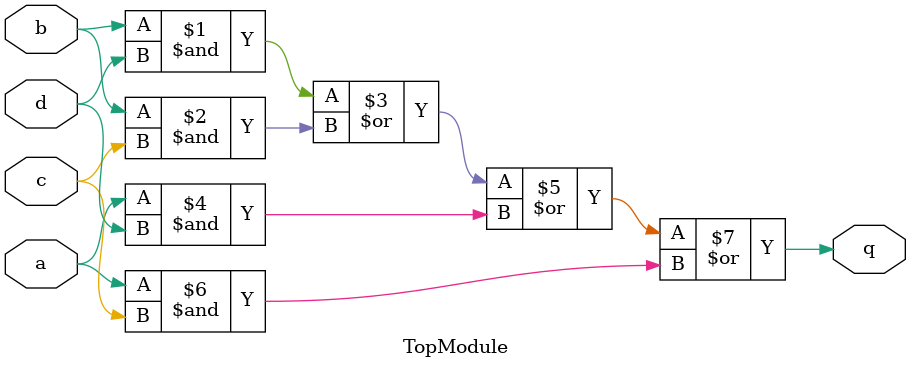
<source format=sv>
module TopModule(
    input  logic a,
    input  logic b,
    input  logic c,
    input  logic d,
    output logic q
);

    assign q = (b & d) | (b & c) | (a & d) | (a & c);

endmodule
</source>
